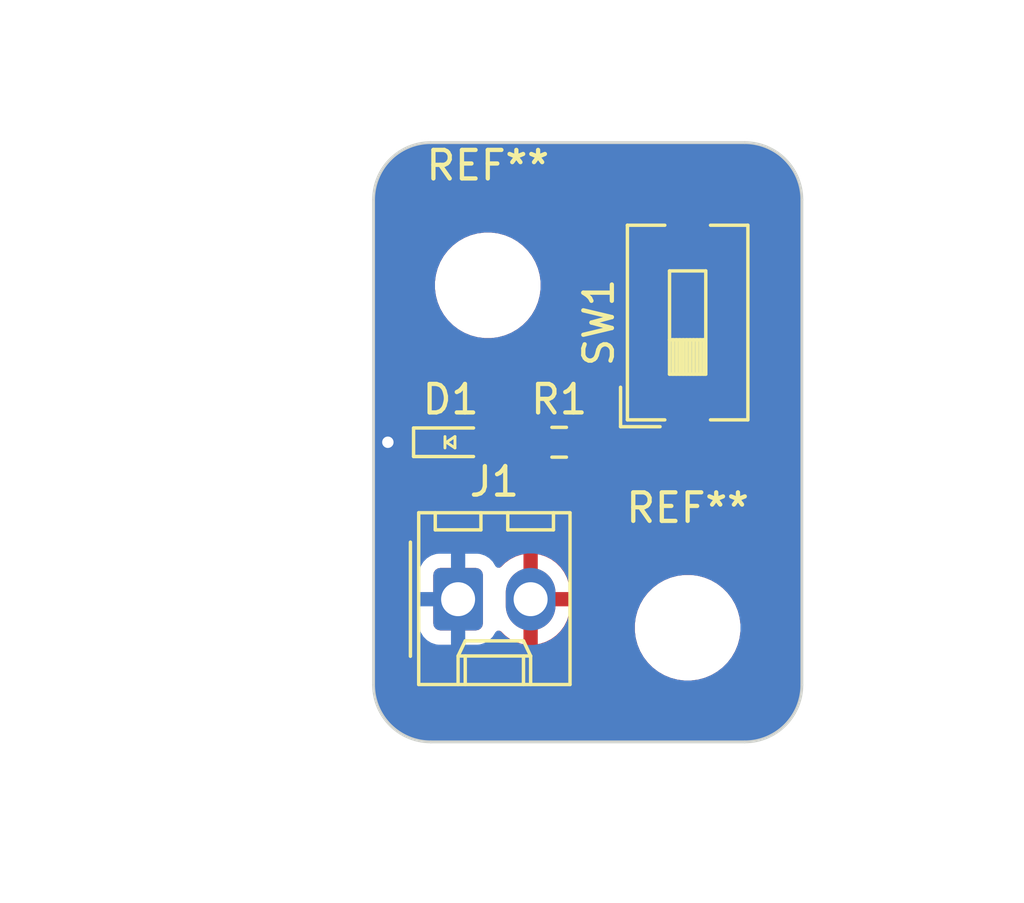
<source format=kicad_pcb>
(kicad_pcb (version 20240108) (generator "pcbnew") (generator_version "8.0")
  (title_block (title "LED Project") (date "2025-09-14") (rev "1.0") (company "Illini Solar Car") (comment 1 "Designed By: Jesse Kim"))
  (layers (0 "F.Cu" signal) (31 "B.Cu" signal) (34 "B.Paste" user) (35 "F.Paste" user) (36 "B.SilkS" user "B.Silkscreen") (37 "F.SilkS" user "F.Silkscreen") (38 "B.Mask" user) (39 "F.Mask" user) (44 "Edge.Cuts" user))
  (net 0 "")
  (net 1 "Net-(D1-A)")
  (net 2 "GND")
  (net 3 "Net-(R1-Pad1)")
  (net 4 "+3V3")
  (footprint "MountingHole:MountingHole_3.2mm_M3" (layer "F.Cu") (at 96 82)
    (property "Reference" "REF**" (at 0 -4.2 0) (layer "F.SilkS"))
    (property "Value" "MountingHole_3.2mm_M3")
    (pad "" np_thru_hole circle (at 0 0) (size 3.2 3.2) (drill 3.2) (layers "*.Cu" "*.Mask"))
  )
  (footprint "Connector_Molex:Molex_KK-254_AE-6410-02A_1x02_P2.54mm_Vertical" (layer "F.Cu") (at 87.96 81)
    (property "Reference" "J1" (at 1.27 -4.12 0) (layer "F.SilkS"))
    (property "Value" "Conn_01x02")
    (fp_line (start -1.67 -2) (end -1.67 2) (stroke (width 0.12)) (layer "F.SilkS"))
    (fp_line (start -1.38 -3.03) (end -1.38 2.99) (stroke (width 0.12)) (layer "F.SilkS"))
    (fp_line (start -1.38 2.99) (end 3.92 2.99) (stroke (width 0.12)) (layer "F.SilkS"))
    (fp_line (start -0.8 -3.03) (end -0.8 -2.43) (stroke (width 0.12)) (layer "F.SilkS"))
    (fp_line (start -0.8 -2.43) (end 0.8 -2.43) (stroke (width 0.12)) (layer "F.SilkS"))
    (fp_line (start 0 1.99) (end 0.25 1.46) (stroke (width 0.12)) (layer "F.SilkS"))
    (fp_line (start 0 1.99) (end 2.54 1.99) (stroke (width 0.12)) (layer "F.SilkS"))
    (fp_line (start 0 2.99) (end 0 1.99) (stroke (width 0.12)) (layer "F.SilkS"))
    (fp_line (start 0.25 1.46) (end 2.29 1.46) (stroke (width 0.12)) (layer "F.SilkS"))
    (fp_line (start 0.25 2.99) (end 0.25 1.99) (stroke (width 0.12)) (layer "F.SilkS"))
    (fp_line (start 0.8 -2.43) (end 0.8 -3.03) (stroke (width 0.12)) (layer "F.SilkS"))
    (fp_line (start 1.74 -3.03) (end 1.74 -2.43) (stroke (width 0.12)) (layer "F.SilkS"))
    (fp_line (start 1.74 -2.43) (end 3.34 -2.43) (stroke (width 0.12)) (layer "F.SilkS"))
    (fp_line (start 2.29 1.46) (end 2.54 1.99) (stroke (width 0.12)) (layer "F.SilkS"))
    (fp_line (start 2.29 2.99) (end 2.29 1.99) (stroke (width 0.12)) (layer "F.SilkS"))
    (fp_line (start 2.54 1.99) (end 2.54 2.99) (stroke (width 0.12)) (layer "F.SilkS"))
    (fp_line (start 3.34 -2.43) (end 3.34 -3.03) (stroke (width 0.12)) (layer "F.SilkS"))
    (fp_line (start 3.92 -3.03) (end -1.38 -3.03) (stroke (width 0.12)) (layer "F.SilkS"))
    (fp_line (start 3.92 2.99) (end 3.92 -3.03) (stroke (width 0.12)) (layer "F.SilkS"))
    (pad "1" thru_hole roundrect (at 0 0) (size 1.74 2.19) (drill 1.19) (layers "*.Cu" "*.Mask") (roundrect_rratio 0.143678) (net 2 "GND"))
    (pad "2" thru_hole oval (at 2.54 0) (size 1.74 2.19) (drill 1.19) (layers "*.Cu" "*.Mask") (net 4 "+3V3"))
  )
  (footprint "Button_Switch_SMD:SW_DIP_SPSTx01_Slide_6.7x4.1mm_W8.61mm_P2.54mm_LowProfile" (layer "F.Cu") (at 96 71.305 90)
    (property "Reference" "SW1" (at 0 -3.11 90) (layer "F.SilkS"))
    (property "Value" "SW_Push")
    (fp_line (start -3.65 -2.35) (end -2.267 -2.35) (stroke (width 0.12)) (layer "F.SilkS"))
    (fp_line (start -3.65 -2.35) (end -3.65 -0.967) (stroke (width 0.12)) (layer "F.SilkS"))
    (fp_line (start 3.41 -2.11) (end 3.41 -0.8) (stroke (width 0.12)) (layer "F.SilkS"))
    (fp_line (start -3.41 -2.11) (end 3.41 -2.11) (stroke (width 0.12)) (layer "F.SilkS"))
    (fp_line (start -3.41 -2.11) (end -3.41 -0.8) (stroke (width 0.12)) (layer "F.SilkS"))
    (fp_line (start 1.81 -0.635) (end -1.81 -0.635) (stroke (width 0.12)) (layer "F.SilkS"))
    (fp_line (start -0.603333 -0.635) (end -0.603333 0.635) (stroke (width 0.12)) (layer "F.SilkS"))
    (fp_line (start -1.81 -0.635) (end -1.81 0.635) (stroke (width 0.12)) (layer "F.SilkS"))
    (fp_line (start -1.81 -0.515) (end -0.603333 -0.515) (stroke (width 0.12)) (layer "F.SilkS"))
    (fp_line (start -1.81 -0.395) (end -0.603333 -0.395) (stroke (width 0.12)) (layer "F.SilkS"))
    (fp_line (start -1.81 -0.275) (end -0.603333 -0.275) (stroke (width 0.12)) (layer "F.SilkS"))
    (fp_line (start -1.81 -0.155) (end -0.603333 -0.155) (stroke (width 0.12)) (layer "F.SilkS"))
    (fp_line (start -1.81 -0.035) (end -0.603333 -0.035) (stroke (width 0.12)) (layer "F.SilkS"))
    (fp_line (start -1.81 0.085) (end -0.603333 0.085) (stroke (width 0.12)) (layer "F.SilkS"))
    (fp_line (start -1.81 0.205) (end -0.603333 0.205) (stroke (width 0.12)) (layer "F.SilkS"))
    (fp_line (start -1.81 0.325) (end -0.603333 0.325) (stroke (width 0.12)) (layer "F.SilkS"))
    (fp_line (start -1.81 0.445) (end -0.603333 0.445) (stroke (width 0.12)) (layer "F.SilkS"))
    (fp_line (start -1.81 0.565) (end -0.603333 0.565) (stroke (width 0.12)) (layer "F.SilkS"))
    (fp_line (start 1.81 0.635) (end 1.81 -0.635) (stroke (width 0.12)) (layer "F.SilkS"))
    (fp_line (start -1.81 0.635) (end 1.81 0.635) (stroke (width 0.12)) (layer "F.SilkS"))
    (fp_line (start 3.41 0.8) (end 3.41 2.11) (stroke (width 0.12)) (layer "F.SilkS"))
    (fp_line (start -3.41 0.8) (end -3.41 2.11) (stroke (width 0.12)) (layer "F.SilkS"))
    (fp_line (start -3.41 2.11) (end 3.41 2.11) (stroke (width 0.12)) (layer "F.SilkS"))
    (pad "1" smd rect (at -4.305 0 90) (size 2.44 1.12) (layers "F.Cu" "F.Paste" "F.Mask") (net 4 "+3V3"))
    (pad "2" smd rect (at 4.305 0 90) (size 2.44 1.12) (layers "F.Cu" "F.Paste" "F.Mask") (net 3 "Net-(R1-Pad1)"))
  )
  (footprint "MountingHole:MountingHole_3.2mm_M3" (layer "F.Cu") (at 89 70)
    (property "Reference" "REF**" (at 0 -4.2 0) (layer "F.SilkS"))
    (property "Value" "MountingHole_3.2mm_M3")
    (pad "" np_thru_hole circle (at 0 0) (size 3.2 3.2) (drill 3.2) (layers "*.Cu" "*.Mask"))
  )
  (footprint "Resistor_SMD:R_0603_1608Metric_Pad0.98x0.95mm_HandSolder" (layer "F.Cu") (at 91.5 75.5 180)
    (property "Reference" "R1" (at 0 1.5 0) (layer "F.SilkS"))
    (property "Value" "105")
    (fp_line (start -0.254724 0.5225) (end 0.254724 0.5225) (stroke (width 0.12)) (layer "F.SilkS"))
    (fp_line (start -0.254724 -0.5225) (end 0.254724 -0.5225) (stroke (width 0.12)) (layer "F.SilkS"))
    (pad "1" smd roundrect (at -0.9125 0 180) (size 0.975 0.95) (layers "F.Cu" "F.Paste" "F.Mask") (net 3 "Net-(R1-Pad1)"))
    (pad "2" smd roundrect (at 0.9125 0 180) (size 0.975 0.95) (layers "F.Cu" "F.Paste" "F.Mask") (net 1 "Net-(D1-A)"))
  )
  (footprint "layout:LED_0603_Symbol_on_F.SilkS" (layer "F.Cu") (at 87.7 75.5)
    (property "Reference" "D1" (at 0 -1.5 0) (layer "F.SilkS"))
    (property "Value" "LED_RED")
    (fp_line (start -1.3 -0.5) (end -1.3 0.5) (stroke (width 0.12)) (layer "F.SilkS"))
    (fp_line (start -1.3 -0.5) (end 0.8 -0.5) (stroke (width 0.12)) (layer "F.SilkS"))
    (fp_line (start -1.3 0.5) (end 0.8 0.5) (stroke (width 0.12)) (layer "F.SilkS"))
    (fp_line (start -0.2 -0.2) (end -0.2 0.2) (stroke (width 0.1)) (layer "F.SilkS"))
    (fp_line (start -0.15 0) (end 0.15 -0.2) (stroke (width 0.1)) (layer "F.SilkS"))
    (fp_line (start 0.15 -0.2) (end 0.15 0.2) (stroke (width 0.1)) (layer "F.SilkS"))
    (fp_line (start 0.15 0.2) (end -0.15 0) (stroke (width 0.1)) (layer "F.SilkS"))
    (pad "1" smd rect (at -0.8 0 180) (size 0.8 0.8) (layers "F.Cu" "F.Paste" "F.Mask") (net 2 "GND"))
    (pad "2" smd rect (at 0.8 0 180) (size 0.8 0.8) (layers "F.Cu" "F.Paste" "F.Mask") (net 1 "Net-(D1-A)"))
  )
  (gr_line (start 87 75.5) (end 85.5 75.5) (stroke (width 0.2)) (layer "F.Cu") (net 2))
  (gr_arc (start 98 65) (mid 99.414214 65.585786) (end 100 67) (stroke (width 0.1)) (layer "Edge.Cuts"))
  (gr_arc (start 85 67) (mid 85.585786 65.585786) (end 87 65) (stroke (width 0.1)) (layer "Edge.Cuts"))
  (gr_line (start 85 67) (end 85 84) (stroke (width 0.1)) (layer "Edge.Cuts"))
  (gr_arc (start 87 86) (mid 85.585786 85.414214) (end 85 84) (stroke (width 0.1)) (layer "Edge.Cuts"))
  (gr_arc (start 100 84) (mid 99.414214 85.414214) (end 98 86) (stroke (width 0.1)) (layer "Edge.Cuts"))
  (gr_line (start 87 65) (end 98 65) (stroke (width 0.1)) (layer "Edge.Cuts"))
  (gr_line (start 100 67) (end 100 84) (stroke (width 0.1)) (layer "Edge.Cuts"))
  (gr_line (start 87 86) (end 98 86) (stroke (width 0.1)) (layer "Edge.Cuts"))
  (segment (start 90.5875 75.5) (end 88.5 75.5) (width 0.25) (layer "F.Cu") (net 1))
  (via (at 85.5 75.5) (size 0.8) (drill 0.4) (layers "F.Cu" "B.Cu") (net 2))
  (segment (start 93 74.5) (end 92.4125 75.0875) (width 0.25) (layer "F.Cu") (net 3))
  (segment (start 96 67) (end 94 67) (width 0.25) (layer "F.Cu") (net 3))
  (segment (start 92.4125 75.0875) (end 92.4125 75.5) (width 0.25) (layer "F.Cu") (net 3))
  (segment (start 93 68) (end 93 74.5) (width 0.25) (layer "F.Cu") (net 3))
  (segment (start 94 67) (end 93 68) (width 0.25) (layer "F.Cu") (net 3))
  (zone (net 4) (net_name "+3V3") (layer "F.Cu") (connect_pads (clearance 0.508)) (min_thickness 0.25) (fill yes (thermal_gap 0.5) (thermal_bridge_width 0.5))
    (polygon (pts (xy 85 65) (xy 100 65) (xy 100 86) (xy 85 86)))
  )
  (zone (net 2) (net_name "GND") (layer "B.Cu") (priority 1) (connect_pads (clearance 0.508)) (min_thickness 0.25) (fill yes (thermal_gap 0.5) (thermal_bridge_width 0.5))
    (polygon (pts (xy 85 65) (xy 100 65) (xy 100 86) (xy 85 86)))
  )
)
</source>
